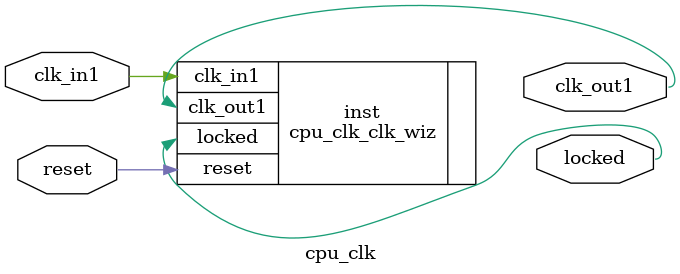
<source format=v>


`timescale 1ps/1ps

(* CORE_GENERATION_INFO = "cpu_clk,clk_wiz_v6_0_6_0_0,{component_name=cpu_clk,use_phase_alignment=true,use_min_o_jitter=false,use_max_i_jitter=false,use_dyn_phase_shift=false,use_inclk_switchover=false,use_dyn_reconfig=false,enable_axi=0,feedback_source=FDBK_AUTO,PRIMITIVE=MMCM,num_out_clk=1,clkin1_period=10.000,clkin2_period=10.000,use_power_down=false,use_reset=true,use_locked=true,use_inclk_stopped=false,feedback_type=SINGLE,CLOCK_MGR_TYPE=NA,manual_override=false}" *)

module cpu_clk 
 (
  // Clock out ports
  output        clk_out1,
  // Status and control signals
  input         reset,
  output        locked,
 // Clock in ports
  input         clk_in1
 );

  cpu_clk_clk_wiz inst
  (
  // Clock out ports  
  .clk_out1(clk_out1),
  // Status and control signals               
  .reset(reset), 
  .locked(locked),
 // Clock in ports
  .clk_in1(clk_in1)
  );

endmodule

</source>
